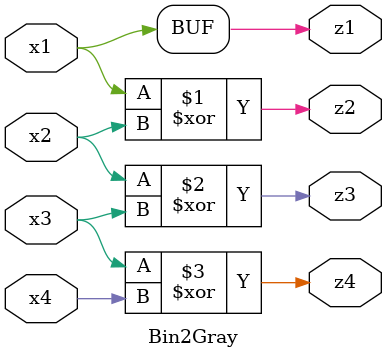
<source format=v>
/*module Bin2Gray(input wire x1,x2,x3,x4, output wire z1,z2,z3,z4);

	buf U1(z1,x1);
	xor U2(z2,x1,x2);
	xor U3(z3,x2,x3);
	xor U4(z4,x3,x4);
endmodule*/

//Dataflow method
module Bin2Gray(input wire x1,x2,x3,x4, output wire z1,z2,z3,z4);

	assign z1 = x1;
	assign z2 = x1 ^ x2;
	assign z3 = x2 ^ x3;
	assign z4 = x3 ^ x4;
 
endmodule
</source>
